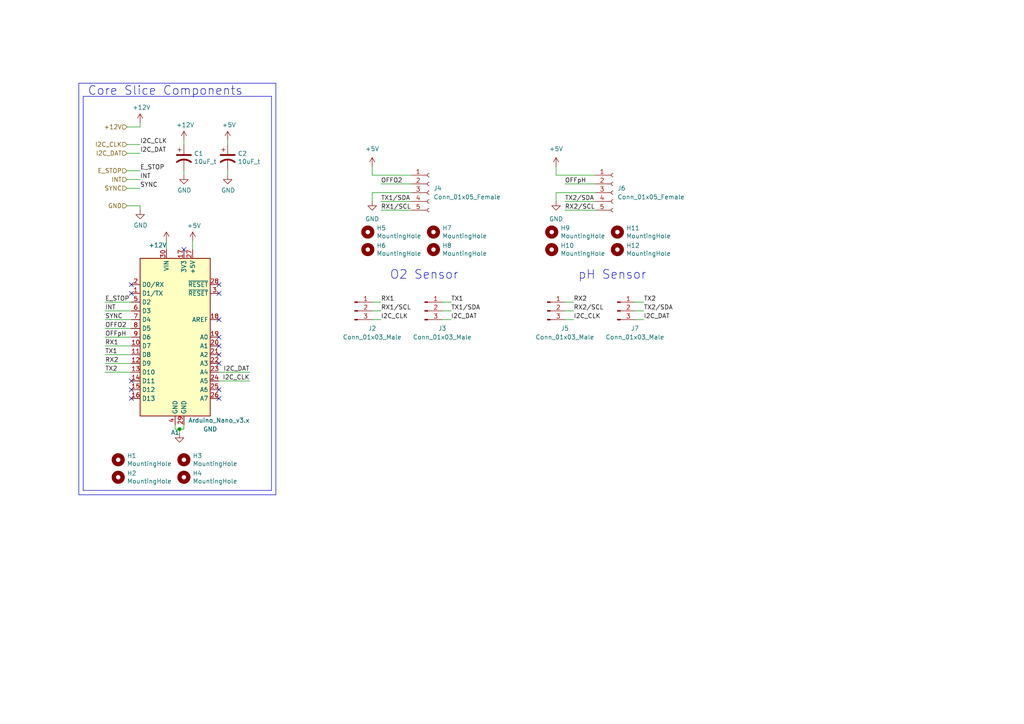
<source format=kicad_sch>
(kicad_sch (version 20231120) (generator "eeschema") (generator_version "8.0")
  (paper "A4")
  (lib_symbols
    (symbol "BREAD_Slice-rescue:10uF_t-OCI_UPL_2_Capacitors" (pin_numbers hide) (pin_names (offset 0.254) hide)
      (property "Reference" "C" (at 0.635 2.54 0))
      (property "Value" "10uF_t-OCI_UPL_2_Capacitors" (at 0.635 -2.54 0))
      (symbol "10uF_t-OCI_UPL_2_Capacitors_0_1"
        (polyline (pts (xy -2.032 0.762) (xy 2.032 0.762)) (stroke (width 0.508)))
        (polyline (pts (xy -1.778 2.286) (xy -0.762 2.286)))
        (polyline (pts (xy -1.27 1.778) (xy -1.27 2.794)))
        (arc (start 2.032 -1.27) (mid 0 -0.5572) (end -2.032 -1.27) (stroke (width 0.508)))
      )
      (symbol "10uF_t-OCI_UPL_2_Capacitors_1_1"
        (pin passive line (at 0 3.81 270) (length 2.794) (name "~") (number "1"))
        (pin passive line (at 0 -3.81 90) (length 3.302) (name "~") (number "2"))
      )
    )
    (symbol "Connector:Conn_01x03_Male" (pin_names (offset 1.016) hide)
      (property "Reference" "J" (at 0 5.08 0))
      (property "Value" "Conn_01x03_Male" (at 0 -5.08 0))
      (symbol "Conn_01x03_Male_1_1"
        (polyline (pts (xy 1.27 -2.54) (xy 0.8636 -2.54)) (stroke (width 0.1524)))
        (polyline (pts (xy 1.27 0) (xy 0.8636 0)) (stroke (width 0.1524)))
        (polyline (pts (xy 1.27 2.54) (xy 0.8636 2.54)) (stroke (width 0.1524)))
        (rectangle (start 0.8636 -2.413) (end 0 -2.667) (stroke (width 0.1524)) (fill (type outline)))
        (rectangle (start 0.8636 0.127) (end 0 -0.127) (stroke (width 0.1524)) (fill (type outline)))
        (rectangle (start 0.8636 2.667) (end 0 2.413) (stroke (width 0.1524)) (fill (type outline)))
        (pin passive line (at 5.08 2.54 180) (length 3.81) (name "Pin_1") (number "1"))
        (pin passive line (at 5.08 0 180) (length 3.81) (name "Pin_2") (number "2"))
        (pin passive line (at 5.08 -2.54 180) (length 3.81) (name "Pin_3") (number "3"))
      )
    )
    (symbol "Connector:Conn_01x05_Female" (pin_names (offset 1.016) hide)
      (property "Reference" "J" (at 0 7.62 0))
      (property "Value" "Conn_01x05_Female" (at 0 -7.62 0))
      (symbol "Conn_01x05_Female_1_1"
        (arc (start 0 -4.572) (mid -0.5058 -5.08) (end 0 -5.588) (stroke (width 0.1524)))
        (arc (start 0 -2.032) (mid -0.5058 -2.54) (end 0 -3.048) (stroke (width 0.1524)))
        (polyline (pts (xy -1.27 -5.08) (xy -0.508 -5.08)) (stroke (width 0.1524)))
        (polyline (pts (xy -1.27 -2.54) (xy -0.508 -2.54)) (stroke (width 0.1524)))
        (polyline (pts (xy -1.27 0) (xy -0.508 0)) (stroke (width 0.1524)))
        (polyline (pts (xy -1.27 2.54) (xy -0.508 2.54)) (stroke (width 0.1524)))
        (polyline (pts (xy -1.27 5.08) (xy -0.508 5.08)) (stroke (width 0.1524)))
        (arc (start 0 0.508) (mid -0.5058 0) (end 0 -0.508) (stroke (width 0.1524)))
        (arc (start 0 3.048) (mid -0.5058 2.54) (end 0 2.032) (stroke (width 0.1524)))
        (arc (start 0 5.588) (mid -0.5058 5.08) (end 0 4.572) (stroke (width 0.1524)))
        (pin passive line (at -5.08 5.08 0) (length 3.81) (name "Pin_1") (number "1"))
        (pin passive line (at -5.08 2.54 0) (length 3.81) (name "Pin_2") (number "2"))
        (pin passive line (at -5.08 0 0) (length 3.81) (name "Pin_3") (number "3"))
        (pin passive line (at -5.08 -2.54 0) (length 3.81) (name "Pin_4") (number "4"))
        (pin passive line (at -5.08 -5.08 0) (length 3.81) (name "Pin_5") (number "5"))
      )
    )
    (symbol "MCU_Module:Arduino_Nano_v3.x"
      (property "Reference" "A" (at -10.16 23.495 0))
      (property "Value" "Arduino_Nano_v3.x" (at 5.08 -24.13 0))
      (symbol "Arduino_Nano_v3.x_0_1"
        (rectangle (start -10.16 22.86) (end 10.16 -22.86) (stroke (width 0.254)) (fill (type background)))
      )
      (symbol "Arduino_Nano_v3.x_1_1"
        (pin bidirectional line (at -12.7 12.7 0) (length 2.54) (name "D1/TX") (number "1"))
        (pin bidirectional line (at -12.7 -2.54 0) (length 2.54) (name "D7") (number "10"))
        (pin bidirectional line (at -12.7 -5.08 0) (length 2.54) (name "D8") (number "11"))
        (pin bidirectional line (at -12.7 -7.62 0) (length 2.54) (name "D9") (number "12"))
        (pin bidirectional line (at -12.7 -10.16 0) (length 2.54) (name "D10") (number "13"))
        (pin bidirectional line (at -12.7 -12.7 0) (length 2.54) (name "D11") (number "14"))
        (pin bidirectional line (at -12.7 -15.24 0) (length 2.54) (name "D12") (number "15"))
        (pin bidirectional line (at -12.7 -17.78 0) (length 2.54) (name "D13") (number "16"))
        (pin power_out line (at 2.54 25.4 270) (length 2.54) (name "3V3") (number "17"))
        (pin input line (at 12.7 5.08 180) (length 2.54) (name "AREF") (number "18"))
        (pin bidirectional line (at 12.7 0 180) (length 2.54) (name "A0") (number "19"))
        (pin bidirectional line (at -12.7 15.24 0) (length 2.54) (name "D0/RX") (number "2"))
        (pin bidirectional line (at 12.7 -2.54 180) (length 2.54) (name "A1") (number "20"))
        (pin bidirectional line (at 12.7 -5.08 180) (length 2.54) (name "A2") (number "21"))
        (pin bidirectional line (at 12.7 -7.62 180) (length 2.54) (name "A3") (number "22"))
        (pin bidirectional line (at 12.7 -10.16 180) (length 2.54) (name "A4") (number "23"))
        (pin bidirectional line (at 12.7 -12.7 180) (length 2.54) (name "A5") (number "24"))
        (pin bidirectional line (at 12.7 -15.24 180) (length 2.54) (name "A6") (number "25"))
        (pin bidirectional line (at 12.7 -17.78 180) (length 2.54) (name "A7") (number "26"))
        (pin power_out line (at 5.08 25.4 270) (length 2.54) (name "+5V") (number "27"))
        (pin input line (at 12.7 15.24 180) (length 2.54) (name "~{RESET}") (number "28"))
        (pin power_in line (at 2.54 -25.4 90) (length 2.54) (name "GND") (number "29"))
        (pin input line (at 12.7 12.7 180) (length 2.54) (name "~{RESET}") (number "3"))
        (pin power_in line (at -2.54 25.4 270) (length 2.54) (name "VIN") (number "30"))
        (pin power_in line (at 0 -25.4 90) (length 2.54) (name "GND") (number "4"))
        (pin bidirectional line (at -12.7 10.16 0) (length 2.54) (name "D2") (number "5"))
        (pin bidirectional line (at -12.7 7.62 0) (length 2.54) (name "D3") (number "6"))
        (pin bidirectional line (at -12.7 5.08 0) (length 2.54) (name "D4") (number "7"))
        (pin bidirectional line (at -12.7 2.54 0) (length 2.54) (name "D5") (number "8"))
        (pin bidirectional line (at -12.7 0 0) (length 2.54) (name "D6") (number "9"))
      )
    )
    (symbol "Mechanical:MountingHole" (pin_names (offset 1.016))
      (property "Reference" "H" (at 0 5.08 0))
      (property "Value" "MountingHole" (at 0 3.175 0))
      (symbol "MountingHole_0_1"
        (circle (center 0 0) (radius 1.27) (stroke (width 1.27)))
      )
    )
    (symbol "power:+12V" (power) (pin_names (offset 0))
      (property "Value" "+12V" (at 0 3.556 0))
      (symbol "+12V_0_1"
        (polyline (pts (xy -0.762 1.27) (xy 0 2.54)))
        (polyline (pts (xy 0 0) (xy 0 2.54)))
        (polyline (pts (xy 0 2.54) (xy 0.762 1.27)))
      )
      (symbol "+12V_1_1"
        (pin power_in line (at 0 0 90) (length 0) hide (name "+12V") (number "1"))
      )
    )
    (symbol "power:+5V" (power) (pin_names (offset 0))
      (property "Value" "+5V" (at 0 3.556 0))
      (symbol "+5V_0_1"
        (polyline (pts (xy -0.762 1.27) (xy 0 2.54)))
        (polyline (pts (xy 0 0) (xy 0 2.54)))
        (polyline (pts (xy 0 2.54) (xy 0.762 1.27)))
      )
      (symbol "+5V_1_1"
        (pin power_in line (at 0 0 90) (length 0) hide (name "+5V") (number "1"))
      )
    )
    (symbol "power:GND" (power) (pin_names (offset 0))
      (property "Value" "GND" (at 0 -3.81 0))
      (symbol "GND_0_1"
        (polyline (pts (xy 0 0) (xy 0 -1.27) (xy 1.27 -1.27) (xy 0 -2.54) (xy -1.27 -1.27) (xy 0 -1.27)))
      )
      (symbol "GND_1_1"
        (pin power_in line (at 0 0 270) (length 0) hide (name "GND") (number "1"))
      )
    )
  )
  (junction (at 52.07 124.46))
  (no_connect (at 38.1 85.09))
  (no_connect (at 63.5 85.09))
  (no_connect (at 63.5 113.03))
  (no_connect (at 53.34 72.39))
  (no_connect (at 38.1 115.57))
  (no_connect (at 38.1 113.03))
  (no_connect (at 63.5 82.55))
  (no_connect (at 63.5 102.87))
  (no_connect (at 63.5 92.71))
  (no_connect (at 63.5 100.33))
  (no_connect (at 63.5 115.57))
  (no_connect (at 38.1 82.55))
  (no_connect (at 63.5 105.41))
  (no_connect (at 38.1 110.49))
  (no_connect (at 63.5 97.79))
  (wire (pts (xy 40.64 35.56) (xy 40.64 36.83)))
  (wire (pts (xy 52.07 124.46) (xy 53.34 124.46)))
  (wire (pts (xy 163.83 53.34) (xy 172.72 53.34)))
  (polyline (pts (xy 80.01 24.13) (xy 22.86 24.13)))
  (wire (pts (xy 163.83 60.96) (xy 172.72 60.96)))
  (wire (pts (xy 107.95 48.26) (xy 107.95 50.8)))
  (wire (pts (xy 53.34 41.91) (xy 53.34 40.64)))
  (polyline (pts (xy 22.86 24.13) (xy 22.86 143.51)))
  (wire (pts (xy 110.49 60.96) (xy 119.38 60.96)))
  (wire (pts (xy 53.34 124.46) (xy 53.34 123.19)))
  (wire (pts (xy 36.83 44.45) (xy 40.64 44.45)))
  (wire (pts (xy 30.48 90.17) (xy 38.1 90.17)))
  (wire (pts (xy 128.27 90.17) (xy 130.81 90.17)))
  (wire (pts (xy 163.83 92.71) (xy 166.37 92.71)))
  (wire (pts (xy 50.8 123.19) (xy 50.8 124.46)))
  (wire (pts (xy 184.15 90.17) (xy 186.69 90.17)))
  (wire (pts (xy 161.29 55.88) (xy 172.72 55.88)))
  (wire (pts (xy 38.1 87.63) (xy 30.48 87.63)))
  (wire (pts (xy 107.95 58.42) (xy 107.95 55.88)))
  (wire (pts (xy 55.88 69.85) (xy 55.88 72.39)))
  (wire (pts (xy 184.15 92.71) (xy 186.69 92.71)))
  (wire (pts (xy 107.95 92.71) (xy 110.49 92.71)))
  (wire (pts (xy 30.48 102.87) (xy 38.1 102.87)))
  (wire (pts (xy 161.29 55.88) (xy 161.29 58.42)))
  (wire (pts (xy 30.48 105.41) (xy 38.1 105.41)))
  (wire (pts (xy 72.39 107.95) (xy 63.5 107.95)))
  (wire (pts (xy 30.48 107.95) (xy 38.1 107.95)))
  (wire (pts (xy 161.29 48.26) (xy 161.29 50.8)))
  (polyline (pts (xy 22.86 143.51) (xy 80.01 143.51)))
  (wire (pts (xy 36.83 59.69) (xy 40.64 59.69)))
  (wire (pts (xy 163.83 90.17) (xy 166.37 90.17)))
  (polyline (pts (xy 80.01 143.51) (xy 80.01 24.13)))
  (wire (pts (xy 30.48 97.79) (xy 38.1 97.79)))
  (wire (pts (xy 163.83 58.42) (xy 172.72 58.42)))
  (polyline (pts (xy 78.74 27.94) (xy 24.13 27.94)))
  (wire (pts (xy 36.83 49.53) (xy 40.64 49.53)))
  (wire (pts (xy 107.95 50.8) (xy 119.38 50.8)))
  (polyline (pts (xy 24.13 27.94) (xy 24.13 142.24)))
  (wire (pts (xy 161.29 50.8) (xy 172.72 50.8)))
  (wire (pts (xy 52.07 124.46) (xy 52.07 125.73)))
  (wire (pts (xy 184.15 87.63) (xy 186.69 87.63)))
  (wire (pts (xy 110.49 53.34) (xy 119.38 53.34)))
  (wire (pts (xy 30.48 92.71) (xy 38.1 92.71)))
  (wire (pts (xy 48.26 69.85) (xy 48.26 72.39)))
  (wire (pts (xy 63.5 110.49) (xy 72.39 110.49)))
  (wire (pts (xy 66.04 41.91) (xy 66.04 40.64)))
  (polyline (pts (xy 78.74 142.24) (xy 78.74 27.94)))
  (wire (pts (xy 50.8 124.46) (xy 52.07 124.46)))
  (wire (pts (xy 163.83 87.63) (xy 166.37 87.63)))
  (wire (pts (xy 107.95 90.17) (xy 110.49 90.17)))
  (wire (pts (xy 107.95 87.63) (xy 110.49 87.63)))
  (wire (pts (xy 30.48 100.33) (xy 38.1 100.33)))
  (wire (pts (xy 128.27 92.71) (xy 130.81 92.71)))
  (wire (pts (xy 36.83 52.07) (xy 40.64 52.07)))
  (wire (pts (xy 110.49 58.42) (xy 119.38 58.42)))
  (wire (pts (xy 30.48 95.25) (xy 38.1 95.25)))
  (wire (pts (xy 53.34 50.8) (xy 53.34 49.53)))
  (wire (pts (xy 66.04 50.8) (xy 66.04 49.53)))
  (polyline (pts (xy 24.13 142.24) (xy 78.74 142.24)))
  (wire (pts (xy 107.95 55.88) (xy 119.38 55.88)))
  (wire (pts (xy 40.64 60.96) (xy 40.64 59.69)))
  (wire (pts (xy 128.27 87.63) (xy 130.81 87.63)))
  (wire (pts (xy 36.83 36.83) (xy 40.64 36.83)))
  (wire (pts (xy 36.83 41.91) (xy 40.64 41.91)))
  (wire (pts (xy 36.83 54.61) (xy 40.64 54.61)))
  (text "Core Slice Components" (at 25.4 27.94 0) (effects (font (size 2.54 2.54)) (justify left bottom)))
  (text "O2 Sensor" (at 113.03 81.28 0) (effects (font (size 2.54 2.54)) (justify left bottom)))
  (text "pH Sensor" (at 167.64 81.28 0) (effects (font (size 2.54 2.54)) (justify left bottom)))
  (label "SYNC" (at 40.64 54.61 0))
  (label "RX1{slash}SCL" (at 110.49 90.17 0))
  (label "RX2{slash}SCL" (at 163.83 60.96 0))
  (label "I2C_DAT" (at 186.69 92.71 0))
  (label "INT" (at 30.48 90.17 0))
  (label "I2C_DAT" (at 130.81 92.71 0))
  (label "RX1" (at 110.49 87.63 0))
  (label "RX2{slash}SCL" (at 166.37 90.17 0))
  (label "TX1{slash}SDA" (at 110.49 58.42 0))
  (label "I2C_DAT" (at 40.64 44.45 0))
  (label "I2C_CLK" (at 72.39 110.49 180))
  (label "RX1{slash}SCL" (at 110.49 60.96 0))
  (label "OFFO2" (at 30.48 95.25 0))
  (label "E_STOP" (at 40.64 49.53 0))
  (label "TX2{slash}SDA" (at 163.83 58.42 0))
  (label "RX2" (at 166.37 87.63 0))
  (label "TX1" (at 30.48 102.87 0))
  (label "SYNC" (at 30.48 92.71 0))
  (label "TX1{slash}SDA" (at 130.81 90.17 0))
  (label "OFFO2" (at 110.49 53.34 0))
  (label "RX1" (at 30.48 100.33 0))
  (label "OFFpH" (at 30.48 97.79 0))
  (label "TX2" (at 30.48 107.95 0))
  (label "I2C_CLK" (at 166.37 92.71 0))
  (label "I2C_CLK" (at 110.49 92.71 0))
  (label "OFFpH" (at 163.83 53.34 0))
  (label "TX2" (at 186.69 87.63 0))
  (label "E_STOP" (at 30.48 87.63 0))
  (label "I2C_DAT" (at 72.39 107.95 180))
  (label "RX2" (at 30.48 105.41 0))
  (label "INT" (at 40.64 52.07 0))
  (label "TX1" (at 130.81 87.63 0))
  (label "TX2{slash}SDA" (at 186.69 90.17 0))
  (label "I2C_CLK" (at 40.64 41.91 0))
  (hierarchical_label "SYNC" (shape input) (at 36.83 54.61 180))
  (hierarchical_label "I2C_CLK" (shape input) (at 36.83 41.91 180))
  (hierarchical_label "GND" (shape input) (at 36.83 59.69 180))
  (hierarchical_label "INT" (shape input) (at 36.83 52.07 180))
  (hierarchical_label "I2C_DAT" (shape input) (at 36.83 44.45 180))
  (hierarchical_label "+12V" (shape input) (at 36.83 36.83 180))
  (hierarchical_label "E_STOP" (shape input) (at 36.83 49.53 180))
  (symbol (lib_id "Connector:Conn_01x05_Female") (at 177.8 55.88 0) (unit 1)
    (property "Reference" "J6" (at 179.07 54.6099 0) (effects (justify left)))
    (property "Value" "Conn_01x05_Female" (at 179.07 57.1499 0) (effects (justify left)))
    (property "Footprint" "Connector_PinSocket_2.54mm:PinSocket_1x05_P2.54mm_Vertical" (effects (hide yes)))
  )
  (symbol (lib_id "Mechanical:MountingHole") (at 160.02 67.31 0) (unit 1)
    (property "Reference" "H9" (at 162.56 66.1416 0) (effects (justify left)))
    (property "Value" "MountingHole" (at 162.56 68.453 0) (effects (justify left)))
    (property "Footprint" "MountingHole:MountingHole_3.2mm_M3_DIN965_Pad" (effects (hide yes)))
  )
  (symbol (lib_id "Mechanical:MountingHole") (at 34.29 133.35 0) (unit 1)
    (property "Reference" "H1" (at 36.83 132.1816 0) (effects (justify left)))
    (property "Value" "MountingHole" (at 36.83 134.493 0) (effects (justify left)))
    (property "Footprint" "MountingHole:MountingHole_3.2mm_M3_DIN965_Pad" (effects (hide yes)))
  )
  (symbol (lib_id "Connector:Conn_01x03_Male") (at 102.87 90.17 0) (unit 1)
    (property "Reference" "J2" (at 107.95 95.25 0))
    (property "Value" "Conn_01x03_Male" (at 107.95 97.79 0))
    (property "Footprint" "Connector_PinSocket_2.54mm:PinSocket_1x03_P2.54mm_Vertical" (effects (hide yes)))
  )
  (symbol (lib_id "Mechanical:MountingHole") (at 179.07 72.39 0) (unit 1)
    (property "Reference" "H12" (at 181.61 71.2216 0) (effects (justify left)))
    (property "Value" "MountingHole" (at 181.61 73.533 0) (effects (justify left)))
    (property "Footprint" "MountingHole:MountingHole_3.2mm_M3_DIN965_Pad" (effects (hide yes)))
  )
  (symbol (lib_id "BREAD_Slice-rescue:10uF_t-OCI_UPL_2_Capacitors") (at 66.04 45.72 0) (unit 1)
    (property "Reference" "C2" (at 68.961 44.5516 0) (effects (justify left)))
    (property "Value" "10uF_t" (at 68.961 46.863 0) (effects (justify left)))
    (property "Footprint" "Extras:C_1206_3216Metric_Pad1.33x1.80mm_HandSolder" (effects (hide yes)))
    (property "Datasheet" "https://www.digikey.com/short/qcd8n7" (effects (hide yes)))
    (property "Part #" "T491C106K025AT" (effects (hide yes)))
    (property "UPL #" "2.021" (effects (hide yes)))
  )
  (symbol (lib_id "power:+12V") (at 48.26 69.85 0) (unit 1)
    (property "Reference" "#PWR01" (effects (hide yes)))
    (property "Value" "+12V" (at 45.72 71.12 0))
  )
  (symbol (lib_id "Mechanical:MountingHole") (at 106.68 67.31 0) (unit 1)
    (property "Reference" "H5" (at 109.22 66.1416 0) (effects (justify left)))
    (property "Value" "MountingHole" (at 109.22 68.453 0) (effects (justify left)))
    (property "Footprint" "MountingHole:MountingHole_3.2mm_M3_DIN965_Pad" (effects (hide yes)))
  )
  (symbol (lib_id "power:GND") (at 40.64 60.96 0) (unit 1)
    (property "Reference" "#PWR03" (effects (hide yes)))
    (property "Value" "GND" (at 40.767 65.3542 0))
  )
  (symbol (lib_id "Mechanical:MountingHole") (at 34.29 138.43 0) (unit 1)
    (property "Reference" "H2" (at 36.83 137.2616 0) (effects (justify left)))
    (property "Value" "MountingHole" (at 36.83 139.573 0) (effects (justify left)))
    (property "Footprint" "MountingHole:MountingHole_3.2mm_M3_DIN965_Pad" (effects (hide yes)))
  )
  (symbol (lib_id "power:GND") (at 66.04 50.8 0) (unit 1)
    (property "Reference" "#PWR09" (effects (hide yes)))
    (property "Value" "GND" (at 66.167 55.1942 0))
  )
  (symbol (lib_id "power:GND") (at 161.29 58.42 0) (unit 1)
    (property "Reference" "#PWR013" (effects (hide yes)))
    (property "Value" "GND" (at 161.29 63.5 0))
  )
  (symbol (lib_id "Connector:Conn_01x05_Female") (at 124.46 55.88 0) (unit 1)
    (property "Reference" "J4" (at 125.73 54.6099 0) (effects (justify left)))
    (property "Value" "Conn_01x05_Female" (at 125.73 57.1499 0) (effects (justify left)))
    (property "Footprint" "Connector_PinSocket_2.54mm:PinSocket_1x05_P2.54mm_Vertical" (effects (hide yes)))
  )
  (symbol (lib_id "Mechanical:MountingHole") (at 53.34 133.35 0) (unit 1)
    (property "Reference" "H3" (at 55.88 132.1816 0) (effects (justify left)))
    (property "Value" "MountingHole" (at 55.88 134.493 0) (effects (justify left)))
    (property "Footprint" "MountingHole:MountingHole_3.2mm_M3_DIN965_Pad" (effects (hide yes)))
  )
  (symbol (lib_id "Mechanical:MountingHole") (at 125.73 72.39 0) (unit 1)
    (property "Reference" "H8" (at 128.27 71.2216 0) (effects (justify left)))
    (property "Value" "MountingHole" (at 128.27 73.533 0) (effects (justify left)))
    (property "Footprint" "MountingHole:MountingHole_3.2mm_M3_DIN965_Pad" (effects (hide yes)))
  )
  (symbol (lib_id "Mechanical:MountingHole") (at 160.02 72.39 0) (unit 1)
    (property "Reference" "H10" (at 162.56 71.2216 0) (effects (justify left)))
    (property "Value" "MountingHole" (at 162.56 73.533 0) (effects (justify left)))
    (property "Footprint" "MountingHole:MountingHole_3.2mm_M3_DIN965_Pad" (effects (hide yes)))
  )
  (symbol (lib_id "power:GND") (at 53.34 50.8 0) (unit 1)
    (property "Reference" "#PWR07" (effects (hide yes)))
    (property "Value" "GND" (at 53.467 55.1942 0))
  )
  (symbol (lib_id "power:GND") (at 52.07 125.73 0) (unit 1)
    (property "Reference" "#PWR04" (effects (hide yes)))
    (property "Value" "GND" (at 60.96 124.46 0))
  )
  (symbol (lib_id "Mechanical:MountingHole") (at 106.68 72.39 0) (unit 1)
    (property "Reference" "H6" (at 109.22 71.2216 0) (effects (justify left)))
    (property "Value" "MountingHole" (at 109.22 73.533 0) (effects (justify left)))
    (property "Footprint" "MountingHole:MountingHole_3.2mm_M3_DIN965_Pad" (effects (hide yes)))
  )
  (symbol (lib_id "power:+5V") (at 55.88 69.85 0) (unit 1)
    (property "Reference" "#PWR05" (effects (hide yes)))
    (property "Value" "+5V" (at 56.261 65.4558 0))
  )
  (symbol (lib_id "power:+12V") (at 53.34 40.64 0) (unit 1)
    (property "Reference" "#PWR06" (effects (hide yes)))
    (property "Value" "+12V" (at 53.721 36.2458 0))
  )
  (symbol (lib_id "Connector:Conn_01x03_Male") (at 179.07 90.17 0) (unit 1)
    (property "Reference" "J7" (at 184.15 95.25 0))
    (property "Value" "Conn_01x03_Male" (at 184.15 97.79 0))
    (property "Footprint" "Connector_PinSocket_2.54mm:PinSocket_1x03_P2.54mm_Vertical" (effects (hide yes)))
  )
  (symbol (lib_id "power:+5V") (at 161.29 48.26 0) (unit 1)
    (property "Reference" "#PWR012" (effects (hide yes)))
    (property "Value" "+5V" (at 161.29 43.18 0))
  )
  (symbol (lib_id "MCU_Module:Arduino_Nano_v3.x") (at 50.8 97.79 0) (unit 1)
    (property "Reference" "A1" (at 50.8 125.4506 0))
    (property "Value" "Arduino_Nano_v3.x" (at 63.5 121.92 0))
    (property "Footprint" "Module:Arduino_Nano" (effects (hide yes)))
    (property "Datasheet" "http://www.mouser.com/pdfdocs/Gravitech_Arduino_Nano3_0.pdf" (effects (hide yes)))
  )
  (symbol (lib_id "power:+5V") (at 66.04 40.64 0) (unit 1)
    (property "Reference" "#PWR08" (effects (hide yes)))
    (property "Value" "+5V" (at 66.421 36.2458 0))
  )
  (symbol (lib_id "power:+12V") (at 40.64 35.56 0) (unit 1)
    (property "Reference" "#PWR02" (effects (hide yes)))
    (property "Value" "+12V" (at 41.021 31.1658 0))
  )
  (symbol (lib_id "Mechanical:MountingHole") (at 53.34 138.43 0) (unit 1)
    (property "Reference" "H4" (at 55.88 137.2616 0) (effects (justify left)))
    (property "Value" "MountingHole" (at 55.88 139.573 0) (effects (justify left)))
    (property "Footprint" "MountingHole:MountingHole_3.2mm_M3_DIN965_Pad" (effects (hide yes)))
  )
  (symbol (lib_id "power:GND") (at 107.95 58.42 0) (unit 1)
    (property "Reference" "#PWR011" (effects (hide yes)))
    (property "Value" "GND" (at 107.95 63.5 0))
  )
  (symbol (lib_id "Mechanical:MountingHole") (at 125.73 67.31 0) (unit 1)
    (property "Reference" "H7" (at 128.27 66.1416 0) (effects (justify left)))
    (property "Value" "MountingHole" (at 128.27 68.453 0) (effects (justify left)))
    (property "Footprint" "MountingHole:MountingHole_3.2mm_M3_DIN965_Pad" (effects (hide yes)))
  )
  (symbol (lib_id "Mechanical:MountingHole") (at 179.07 67.31 0) (unit 1)
    (property "Reference" "H11" (at 181.61 66.1416 0) (effects (justify left)))
    (property "Value" "MountingHole" (at 181.61 68.453 0) (effects (justify left)))
    (property "Footprint" "MountingHole:MountingHole_3.2mm_M3_DIN965_Pad" (effects (hide yes)))
  )
  (symbol (lib_id "Connector:Conn_01x03_Male") (at 123.19 90.17 0) (unit 1)
    (property "Reference" "J3" (at 128.27 95.25 0))
    (property "Value" "Conn_01x03_Male" (at 128.27 97.79 0))
    (property "Footprint" "Connector_PinSocket_2.54mm:PinSocket_1x03_P2.54mm_Vertical" (effects (hide yes)))
  )
  (symbol (lib_id "power:+5V") (at 107.95 48.26 0) (unit 1)
    (property "Reference" "#PWR010" (effects (hide yes)))
    (property "Value" "+5V" (at 107.95 43.18 0))
  )
  (symbol (lib_id "Connector:Conn_01x03_Male") (at 158.75 90.17 0) (unit 1)
    (property "Reference" "J5" (at 163.83 95.25 0))
    (property "Value" "Conn_01x03_Male" (at 163.83 97.79 0))
    (property "Footprint" "Connector_PinSocket_2.54mm:PinSocket_1x03_P2.54mm_Vertical" (effects (hide yes)))
  )
  (symbol (lib_id "BREAD_Slice-rescue:10uF_t-OCI_UPL_2_Capacitors") (at 53.34 45.72 0) (unit 1)
    (property "Reference" "C1" (at 56.261 44.5516 0) (effects (justify left)))
    (property "Value" "10uF_t" (at 56.261 46.863 0) (effects (justify left)))
    (property "Footprint" "Extras:C_1206_3216Metric_Pad1.33x1.80mm_HandSolder" (effects (hide yes)))
    (property "Datasheet" "https://www.digikey.com/short/qcd8n7" (effects (hide yes)))
    (property "Part #" "T491C106K025AT" (effects (hide yes)))
    (property "UPL #" "2.021" (effects (hide yes)))
  )
)
</source>
